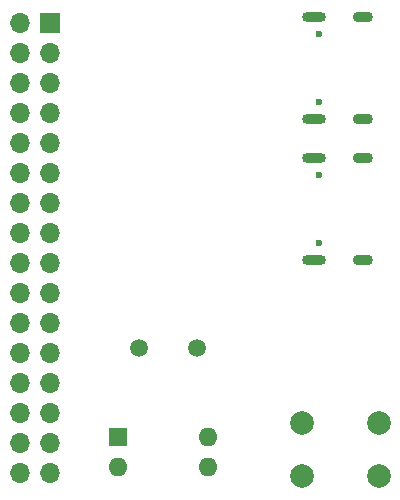
<source format=gbs>
G04 #@! TF.GenerationSoftware,KiCad,Pcbnew,5.1.8+dfsg1-1~bpo10+1*
G04 #@! TF.CreationDate,2020-11-28T00:35:18+08:00*
G04 #@! TF.ProjectId,stm32-io-extend,73746d33-322d-4696-9f2d-657874656e64,rev?*
G04 #@! TF.SameCoordinates,Original*
G04 #@! TF.FileFunction,Soldermask,Bot*
G04 #@! TF.FilePolarity,Negative*
%FSLAX46Y46*%
G04 Gerber Fmt 4.6, Leading zero omitted, Abs format (unit mm)*
G04 Created by KiCad (PCBNEW 5.1.8+dfsg1-1~bpo10+1) date 2020-11-28 00:35:18*
%MOMM*%
%LPD*%
G01*
G04 APERTURE LIST*
%ADD10O,2.000000X0.900000*%
%ADD11O,1.700000X0.900000*%
%ADD12C,0.600000*%
%ADD13R,1.700000X1.700000*%
%ADD14O,1.700000X1.700000*%
%ADD15R,1.600000X1.600000*%
%ADD16O,1.600000X1.600000*%
%ADD17C,2.000000*%
%ADD18C,1.500000*%
G04 APERTURE END LIST*
D10*
G04 #@! TO.C,J1*
X106070000Y-67420000D03*
X106070000Y-58780000D03*
D11*
X110240000Y-67420000D03*
X110240000Y-58780000D03*
D12*
X106550000Y-60210000D03*
X106550000Y-65990000D03*
G04 #@! TD*
G04 #@! TO.C,J2*
X106550000Y-77890000D03*
X106550000Y-72110000D03*
D11*
X110240000Y-70680000D03*
X110240000Y-79320000D03*
D10*
X106070000Y-70680000D03*
X106070000Y-79320000D03*
G04 #@! TD*
D13*
G04 #@! TO.C,J3*
X83700000Y-59300000D03*
D14*
X81160000Y-59300000D03*
X83700000Y-61840000D03*
X81160000Y-61840000D03*
X83700000Y-64380000D03*
X81160000Y-64380000D03*
X83700000Y-66920000D03*
X81160000Y-66920000D03*
X83700000Y-69460000D03*
X81160000Y-69460000D03*
X83700000Y-72000000D03*
X81160000Y-72000000D03*
X83700000Y-74540000D03*
X81160000Y-74540000D03*
X83700000Y-77080000D03*
X81160000Y-77080000D03*
X83700000Y-79620000D03*
X81160000Y-79620000D03*
X83700000Y-82160000D03*
X81160000Y-82160000D03*
X83700000Y-84700000D03*
X81160000Y-84700000D03*
X83700000Y-87240000D03*
X81160000Y-87240000D03*
X83700000Y-89780000D03*
X81160000Y-89780000D03*
X83700000Y-92320000D03*
X81160000Y-92320000D03*
X83700000Y-94860000D03*
X81160000Y-94860000D03*
X83700000Y-97400000D03*
X81160000Y-97400000D03*
G04 #@! TD*
D15*
G04 #@! TO.C,SW1*
X89500000Y-94300000D03*
D16*
X97120000Y-96840000D03*
X89500000Y-96840000D03*
X97120000Y-94300000D03*
G04 #@! TD*
D17*
G04 #@! TO.C,SW2*
X105100000Y-97650000D03*
X105100000Y-93150000D03*
X111600000Y-97650000D03*
X111600000Y-93150000D03*
G04 #@! TD*
D18*
G04 #@! TO.C,Y1*
X91300000Y-86800000D03*
X96180000Y-86800000D03*
G04 #@! TD*
M02*

</source>
